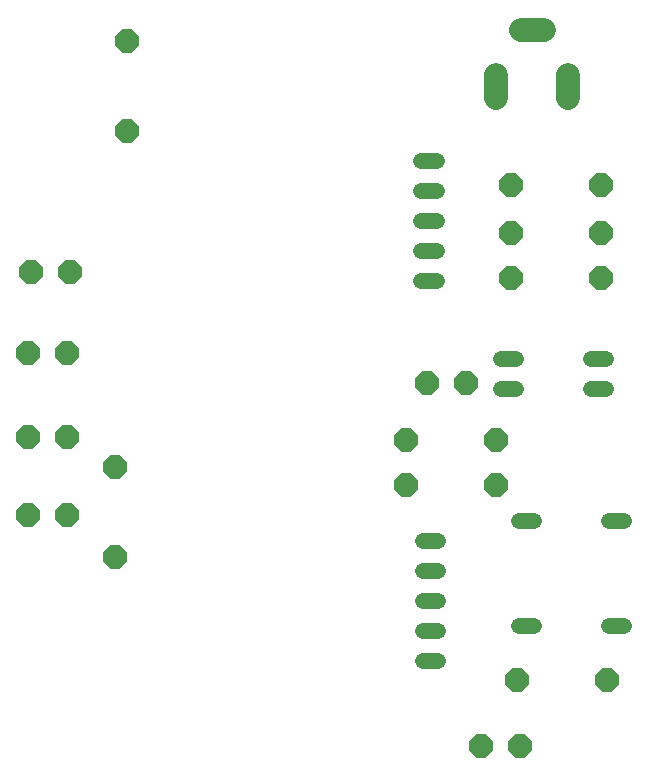
<source format=gbl>
G75*
%MOIN*%
%OFA0B0*%
%FSLAX25Y25*%
%IPPOS*%
%LPD*%
%AMOC8*
5,1,8,0,0,1.08239X$1,22.5*
%
%ADD10C,0.07874*%
%ADD11OC8,0.08000*%
%ADD12C,0.05200*%
D10*
X0174795Y0233063D02*
X0174795Y0240937D01*
X0183063Y0255898D02*
X0190937Y0255898D01*
X0198811Y0240937D02*
X0198811Y0233063D01*
D11*
X0048000Y0080000D03*
X0032000Y0094000D03*
X0019000Y0094000D03*
X0019000Y0120000D03*
X0032000Y0120000D03*
X0048000Y0110000D03*
X0032000Y0148000D03*
X0019000Y0148000D03*
X0020000Y0175000D03*
X0033000Y0175000D03*
X0052000Y0222000D03*
X0052000Y0252000D03*
X0152000Y0138000D03*
X0165000Y0138000D03*
X0175000Y0119000D03*
X0175000Y0104000D03*
X0145000Y0104000D03*
X0145000Y0119000D03*
X0180000Y0173000D03*
X0180000Y0188000D03*
X0180000Y0204000D03*
X0210000Y0204000D03*
X0210000Y0188000D03*
X0210000Y0173000D03*
X0212000Y0039000D03*
X0182000Y0039000D03*
X0183000Y0017000D03*
X0170000Y0017000D03*
D12*
X0155600Y0045500D02*
X0150400Y0045500D01*
X0150400Y0055500D02*
X0155600Y0055500D01*
X0155600Y0065500D02*
X0150400Y0065500D01*
X0150400Y0075500D02*
X0155600Y0075500D01*
X0155600Y0085500D02*
X0150400Y0085500D01*
X0182400Y0092000D02*
X0187600Y0092000D01*
X0212400Y0092000D02*
X0217600Y0092000D01*
X0217600Y0057000D02*
X0212400Y0057000D01*
X0187600Y0057000D02*
X0182400Y0057000D01*
X0181600Y0136000D02*
X0176400Y0136000D01*
X0176400Y0146000D02*
X0181600Y0146000D01*
X0206400Y0146000D02*
X0211600Y0146000D01*
X0211600Y0136000D02*
X0206400Y0136000D01*
X0155100Y0172000D02*
X0149900Y0172000D01*
X0149900Y0182000D02*
X0155100Y0182000D01*
X0155100Y0192000D02*
X0149900Y0192000D01*
X0149900Y0202000D02*
X0155100Y0202000D01*
X0155100Y0212000D02*
X0149900Y0212000D01*
M02*

</source>
